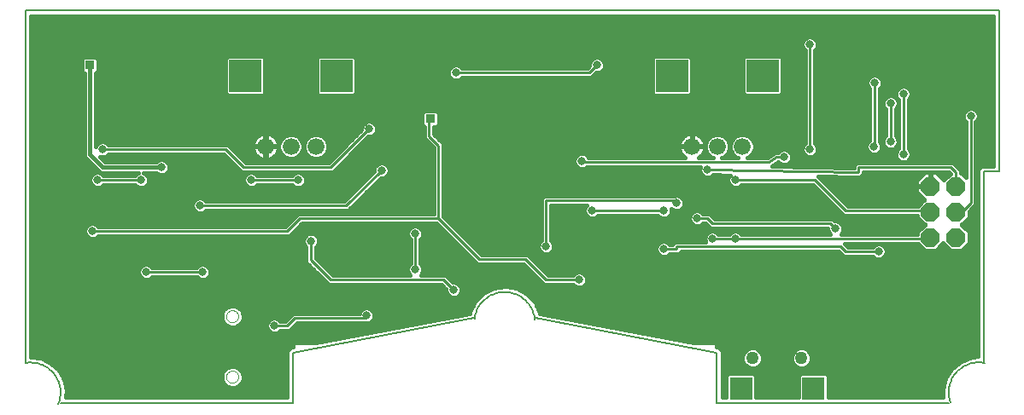
<source format=gbl>
G75*
%MOIN*%
%OFA0B0*%
%FSLAX24Y24*%
%IPPOS*%
%LPD*%
%AMOC8*
5,1,8,0,0,1.08239X$1,22.5*
%
%ADD10C,0.0080*%
%ADD11C,0.0079*%
%ADD12OC8,0.0740*%
%ADD13C,0.0660*%
%ADD14R,0.1260X0.1260*%
%ADD15C,0.0502*%
%ADD16R,0.0886X0.0886*%
%ADD17C,0.0000*%
%ADD18C,0.0160*%
%ADD19C,0.0317*%
%ADD20C,0.0100*%
%ADD21C,0.0356*%
%ADD22R,0.0356X0.0356*%
D10*
X001687Y016424D02*
X039679Y016424D01*
D11*
X002967Y001023D02*
X002990Y001086D01*
X003010Y001151D01*
X003026Y001217D01*
X003039Y001283D01*
X003047Y001350D01*
X003052Y001417D01*
X003053Y001485D01*
X003050Y001552D01*
X003043Y001620D01*
X003032Y001686D01*
X003018Y001752D01*
X003000Y001818D01*
X002978Y001881D01*
X002952Y001944D01*
X002923Y002005D01*
X002891Y002064D01*
X002855Y002122D01*
X002816Y002177D01*
X002774Y002230D01*
X002728Y002280D01*
X002681Y002328D01*
X002630Y002373D01*
X002577Y002414D01*
X002522Y002453D01*
X002464Y002489D01*
X002405Y002521D01*
X002344Y002550D01*
X002281Y002575D01*
X002217Y002597D01*
X002152Y002615D01*
X002086Y002629D01*
X002019Y002640D01*
X001952Y002646D01*
X001884Y002649D01*
X001817Y002648D01*
X001749Y002643D01*
X001682Y002634D01*
X001687Y002645D02*
X001687Y016424D01*
X012120Y003038D02*
X019203Y004382D01*
X019211Y004376D02*
X019221Y004443D01*
X019236Y004509D01*
X019254Y004575D01*
X019276Y004639D01*
X019302Y004701D01*
X019331Y004763D01*
X019363Y004822D01*
X019399Y004879D01*
X019438Y004935D01*
X019481Y004988D01*
X019526Y005038D01*
X019574Y005086D01*
X019624Y005131D01*
X019678Y005173D01*
X019733Y005212D01*
X019791Y005247D01*
X019850Y005280D01*
X019911Y005309D01*
X019974Y005334D01*
X020038Y005355D01*
X020104Y005373D01*
X020170Y005387D01*
X020237Y005398D01*
X020304Y005404D01*
X020372Y005407D01*
X020440Y005406D01*
X020507Y005401D01*
X020574Y005392D01*
X020641Y005379D01*
X020707Y005362D01*
X020771Y005342D01*
X020835Y005318D01*
X020896Y005290D01*
X020957Y005259D01*
X021015Y005225D01*
X021071Y005187D01*
X021125Y005146D01*
X021177Y005102D01*
X021226Y005055D01*
X021272Y005006D01*
X021315Y004954D01*
X021355Y004899D01*
X021392Y004843D01*
X021426Y004784D01*
X021456Y004723D01*
X021483Y004661D01*
X021507Y004597D01*
X021526Y004533D01*
X021542Y004467D01*
X021554Y004400D01*
X021562Y004333D01*
X021603Y004382D02*
X028656Y003038D01*
X028656Y001070D01*
X037711Y001070D01*
X037784Y001088D02*
X037763Y001152D01*
X037747Y001216D01*
X037734Y001282D01*
X037724Y001348D01*
X037719Y001414D01*
X037717Y001481D01*
X037719Y001547D01*
X037725Y001614D01*
X037734Y001680D01*
X037747Y001745D01*
X037764Y001809D01*
X037785Y001873D01*
X037809Y001935D01*
X037837Y001996D01*
X037867Y002055D01*
X037902Y002112D01*
X037939Y002167D01*
X037980Y002220D01*
X038023Y002270D01*
X038069Y002318D01*
X038118Y002364D01*
X038169Y002406D01*
X038223Y002446D01*
X038279Y002482D01*
X038337Y002515D01*
X038396Y002545D01*
X038457Y002571D01*
X038520Y002594D01*
X038584Y002614D01*
X038649Y002629D01*
X038714Y002641D01*
X038780Y002650D01*
X038847Y002654D01*
X038913Y002655D01*
X038980Y002652D01*
X039046Y002645D01*
X039112Y002634D01*
X039089Y002645D02*
X039089Y010125D01*
X039679Y010125D01*
X039679Y016424D01*
X012120Y003038D02*
X012120Y001070D01*
X003065Y001070D01*
D12*
X037006Y007542D03*
X038006Y007542D03*
X038006Y008542D03*
X037006Y008542D03*
X037006Y009542D03*
X038006Y009542D03*
D13*
X029671Y011109D03*
X028687Y011109D03*
X027703Y011109D03*
X013026Y011109D03*
X012041Y011109D03*
X011057Y011109D03*
D14*
X010270Y013865D03*
X013813Y013865D03*
X026915Y013865D03*
X030459Y013865D03*
D15*
X030063Y002823D03*
X031972Y002823D03*
D16*
X032425Y001642D03*
X029610Y001642D03*
D17*
X009522Y002094D02*
X009524Y002124D01*
X009530Y002154D01*
X009539Y002183D01*
X009552Y002210D01*
X009569Y002235D01*
X009588Y002258D01*
X009611Y002279D01*
X009636Y002296D01*
X009662Y002310D01*
X009691Y002320D01*
X009720Y002327D01*
X009750Y002330D01*
X009781Y002329D01*
X009811Y002324D01*
X009840Y002315D01*
X009867Y002303D01*
X009893Y002288D01*
X009917Y002269D01*
X009938Y002247D01*
X009956Y002223D01*
X009971Y002196D01*
X009982Y002168D01*
X009990Y002139D01*
X009994Y002109D01*
X009994Y002079D01*
X009990Y002049D01*
X009982Y002020D01*
X009971Y001992D01*
X009956Y001965D01*
X009938Y001941D01*
X009917Y001919D01*
X009893Y001900D01*
X009867Y001885D01*
X009840Y001873D01*
X009811Y001864D01*
X009781Y001859D01*
X009750Y001858D01*
X009720Y001861D01*
X009691Y001868D01*
X009662Y001878D01*
X009636Y001892D01*
X009611Y001909D01*
X009588Y001930D01*
X009569Y001953D01*
X009552Y001978D01*
X009539Y002005D01*
X009530Y002034D01*
X009524Y002064D01*
X009522Y002094D01*
X009522Y004456D02*
X009524Y004486D01*
X009530Y004516D01*
X009539Y004545D01*
X009552Y004572D01*
X009569Y004597D01*
X009588Y004620D01*
X009611Y004641D01*
X009636Y004658D01*
X009662Y004672D01*
X009691Y004682D01*
X009720Y004689D01*
X009750Y004692D01*
X009781Y004691D01*
X009811Y004686D01*
X009840Y004677D01*
X009867Y004665D01*
X009893Y004650D01*
X009917Y004631D01*
X009938Y004609D01*
X009956Y004585D01*
X009971Y004558D01*
X009982Y004530D01*
X009990Y004501D01*
X009994Y004471D01*
X009994Y004441D01*
X009990Y004411D01*
X009982Y004382D01*
X009971Y004354D01*
X009956Y004327D01*
X009938Y004303D01*
X009917Y004281D01*
X009893Y004262D01*
X009867Y004247D01*
X009840Y004235D01*
X009811Y004226D01*
X009781Y004221D01*
X009750Y004220D01*
X009720Y004223D01*
X009691Y004230D01*
X009662Y004240D01*
X009636Y004254D01*
X009611Y004271D01*
X009588Y004292D01*
X009569Y004315D01*
X009552Y004340D01*
X009539Y004367D01*
X009530Y004396D01*
X009524Y004426D01*
X009522Y004456D01*
D18*
X009342Y004403D02*
X001906Y004403D01*
X001906Y004245D02*
X009395Y004245D01*
X009405Y004220D02*
X009522Y004103D01*
X009675Y004039D01*
X009841Y004039D01*
X009994Y004103D01*
X010111Y004220D01*
X010174Y004373D01*
X010174Y004539D01*
X010111Y004691D01*
X009994Y004809D01*
X009841Y004872D01*
X009675Y004872D01*
X009522Y004809D01*
X009405Y004691D01*
X009342Y004539D01*
X009342Y004373D01*
X009405Y004220D01*
X009562Y004086D02*
X001906Y004086D01*
X001906Y003928D02*
X011144Y003928D01*
X011150Y003913D02*
X011234Y003829D01*
X011343Y003784D01*
X011462Y003784D01*
X011572Y003829D01*
X011635Y003892D01*
X011981Y003892D01*
X012281Y004192D01*
X014923Y004192D01*
X014943Y004184D01*
X015062Y004184D01*
X015172Y004229D01*
X015256Y004313D01*
X015301Y004423D01*
X015301Y004542D01*
X015256Y004652D01*
X015172Y004735D01*
X015062Y004781D01*
X014943Y004781D01*
X014834Y004735D01*
X014750Y004652D01*
X014717Y004572D01*
X012124Y004572D01*
X012013Y004461D01*
X011824Y004272D01*
X011635Y004272D01*
X011572Y004335D01*
X011462Y004381D01*
X011343Y004381D01*
X011234Y004335D01*
X011150Y004252D01*
X011104Y004142D01*
X011104Y004023D01*
X011150Y003913D01*
X011104Y004086D02*
X009954Y004086D01*
X010121Y004245D02*
X011147Y004245D01*
X011955Y004403D02*
X010174Y004403D01*
X010164Y004562D02*
X012114Y004562D01*
X012175Y004086D02*
X016466Y004086D01*
X015631Y003928D02*
X012017Y003928D01*
X012120Y003432D02*
X012120Y003262D01*
X012099Y003258D01*
X012029Y003258D01*
X012013Y003241D01*
X011990Y003237D01*
X011950Y003179D01*
X011901Y003129D01*
X011901Y003106D01*
X011888Y003087D01*
X011901Y003018D01*
X011901Y001289D01*
X003263Y001289D01*
X003285Y001564D01*
X003192Y001980D01*
X003192Y001980D01*
X002979Y002350D01*
X002666Y002640D01*
X002281Y002824D01*
X001906Y002878D01*
X001906Y016204D01*
X039460Y016204D01*
X039460Y010344D01*
X038998Y010344D01*
X038869Y010216D01*
X038869Y010034D01*
X038869Y002880D01*
X038528Y002842D01*
X038142Y002673D01*
X038142Y002673D01*
X037823Y002398D01*
X037599Y002041D01*
X037491Y001635D01*
X037491Y001635D01*
X037504Y001289D01*
X033008Y001289D01*
X033008Y002143D01*
X032926Y002225D01*
X031924Y002225D01*
X031842Y002143D01*
X031842Y001289D01*
X030193Y001289D01*
X030193Y002143D01*
X030111Y002225D01*
X029109Y002225D01*
X029027Y002143D01*
X029027Y001289D01*
X028875Y001289D01*
X028875Y003018D01*
X028888Y003087D01*
X028875Y003106D01*
X028875Y003129D01*
X028825Y003179D01*
X028786Y003237D01*
X028763Y003241D01*
X028746Y003258D01*
X028676Y003258D01*
X028656Y003262D01*
X028656Y003432D01*
X027761Y003432D01*
X021760Y004576D01*
X021760Y004581D01*
X021574Y005001D01*
X021264Y005340D01*
X021264Y005340D01*
X020862Y005562D01*
X020410Y005645D01*
X019956Y005579D01*
X019956Y005579D01*
X019546Y005372D01*
X019224Y005045D01*
X019023Y004632D01*
X019015Y004570D01*
X013018Y003432D01*
X012120Y003432D01*
X012120Y003294D02*
X001906Y003294D01*
X001906Y003452D02*
X013126Y003452D01*
X013961Y003611D02*
X001906Y003611D01*
X001906Y003769D02*
X014796Y003769D01*
X015187Y004245D02*
X017302Y004245D01*
X018137Y004403D02*
X015293Y004403D01*
X015293Y004562D02*
X018972Y004562D01*
X019066Y004720D02*
X015187Y004720D01*
X014819Y004720D02*
X010082Y004720D01*
X009434Y004720D02*
X001906Y004720D01*
X001906Y004562D02*
X009351Y004562D01*
X008772Y005929D02*
X008662Y005884D01*
X008543Y005884D01*
X008434Y005929D01*
X008371Y005992D01*
X006635Y005992D01*
X006572Y005929D01*
X006462Y005884D01*
X006343Y005884D01*
X006234Y005929D01*
X006150Y006013D01*
X006104Y006123D01*
X006104Y006242D01*
X006150Y006352D01*
X006234Y006435D01*
X006343Y006481D01*
X006462Y006481D01*
X006572Y006435D01*
X006635Y006372D01*
X008371Y006372D01*
X008434Y006435D01*
X008543Y006481D01*
X008662Y006481D01*
X008772Y006435D01*
X008856Y006352D01*
X008901Y006242D01*
X008901Y006123D01*
X008856Y006013D01*
X008772Y005929D01*
X008831Y005988D02*
X013228Y005988D01*
X013387Y005830D02*
X001906Y005830D01*
X001906Y005988D02*
X006175Y005988D01*
X006104Y006147D02*
X001906Y006147D01*
X001906Y006305D02*
X006131Y006305D01*
X006303Y006464D02*
X001906Y006464D01*
X001906Y006622D02*
X012638Y006622D01*
X012638Y006579D02*
X013413Y005804D01*
X013524Y005692D01*
X017924Y005692D01*
X018104Y005512D01*
X018104Y005423D01*
X018150Y005313D01*
X018234Y005229D01*
X018343Y005184D01*
X018462Y005184D01*
X018572Y005229D01*
X018656Y005313D01*
X018701Y005423D01*
X018701Y005542D01*
X018656Y005652D01*
X018572Y005735D01*
X018462Y005781D01*
X018373Y005781D01*
X018081Y006072D01*
X017115Y006072D01*
X017156Y006113D01*
X017201Y006223D01*
X017201Y006342D01*
X017156Y006452D01*
X017093Y006515D01*
X017093Y007450D01*
X017156Y007513D01*
X017201Y007623D01*
X017201Y007742D01*
X017156Y007852D01*
X017072Y007935D01*
X016962Y007981D01*
X016843Y007981D01*
X016734Y007935D01*
X016650Y007852D01*
X016604Y007742D01*
X016604Y007623D01*
X016650Y007513D01*
X016713Y007450D01*
X016713Y006515D01*
X016650Y006452D01*
X016604Y006342D01*
X016604Y006223D01*
X016650Y006113D01*
X016691Y006072D01*
X013681Y006072D01*
X013018Y006736D01*
X013018Y007175D01*
X013081Y007238D01*
X013126Y007348D01*
X013126Y007467D01*
X013081Y007577D01*
X012997Y007660D01*
X012887Y007706D01*
X012768Y007706D01*
X012659Y007660D01*
X012575Y007577D01*
X012529Y007467D01*
X012529Y007348D01*
X012575Y007238D01*
X012638Y007175D01*
X012638Y006579D01*
X012753Y006464D02*
X008703Y006464D01*
X008503Y006464D02*
X006503Y006464D01*
X006631Y005988D02*
X008375Y005988D01*
X008901Y006147D02*
X013070Y006147D01*
X012911Y006305D02*
X008875Y006305D01*
X011981Y007592D02*
X012481Y008092D01*
X017724Y008092D01*
X019213Y006604D01*
X019324Y006492D01*
X021124Y006492D01*
X021813Y005804D01*
X021924Y005692D01*
X023071Y005692D01*
X023134Y005629D01*
X023243Y005584D01*
X023362Y005584D01*
X023472Y005629D01*
X023556Y005713D01*
X023601Y005823D01*
X023601Y005942D01*
X023556Y006052D01*
X023472Y006135D01*
X023362Y006181D01*
X023243Y006181D01*
X023134Y006135D01*
X023071Y006072D01*
X022081Y006072D01*
X021281Y006872D01*
X019481Y006872D01*
X017993Y008361D01*
X017993Y011214D01*
X017625Y011582D01*
X017625Y011868D01*
X017726Y011868D01*
X017808Y011950D01*
X017808Y012422D01*
X017726Y012504D01*
X017254Y012504D01*
X017172Y012422D01*
X017172Y011950D01*
X017245Y011877D01*
X017245Y011424D01*
X017613Y011057D01*
X017613Y008472D01*
X012324Y008472D01*
X012213Y008361D01*
X011824Y007972D01*
X004535Y007972D01*
X004472Y008035D01*
X004362Y008081D01*
X004243Y008081D01*
X004134Y008035D01*
X004050Y007952D01*
X004004Y007842D01*
X004004Y007723D01*
X004050Y007613D01*
X004134Y007529D01*
X004243Y007484D01*
X004362Y007484D01*
X004472Y007529D01*
X004535Y007592D01*
X011981Y007592D01*
X012121Y007732D02*
X016604Y007732D01*
X016625Y007573D02*
X013082Y007573D01*
X013126Y007415D02*
X016713Y007415D01*
X016713Y007256D02*
X013088Y007256D01*
X013018Y007098D02*
X016713Y007098D01*
X016713Y006939D02*
X013018Y006939D01*
X013018Y006781D02*
X016713Y006781D01*
X016713Y006622D02*
X013131Y006622D01*
X013290Y006464D02*
X016662Y006464D01*
X016604Y006305D02*
X013448Y006305D01*
X013607Y006147D02*
X016636Y006147D01*
X017170Y006147D02*
X021470Y006147D01*
X021628Y005988D02*
X018165Y005988D01*
X018324Y005830D02*
X021787Y005830D01*
X022007Y006147D02*
X023162Y006147D01*
X023444Y006147D02*
X038869Y006147D01*
X038869Y006305D02*
X021848Y006305D01*
X021690Y006464D02*
X038869Y006464D01*
X038869Y006622D02*
X021531Y006622D01*
X021373Y006781D02*
X034757Y006781D01*
X034746Y006792D02*
X034809Y006729D01*
X034918Y006684D01*
X035037Y006684D01*
X035147Y006729D01*
X035231Y006813D01*
X035276Y006923D01*
X035276Y007042D01*
X035231Y007152D01*
X035147Y007235D01*
X035037Y007281D01*
X034918Y007281D01*
X034809Y007235D01*
X034746Y007172D01*
X033781Y007172D01*
X033661Y007292D01*
X036534Y007292D01*
X036795Y007032D01*
X037217Y007032D01*
X037506Y007321D01*
X037795Y007032D01*
X038217Y007032D01*
X038516Y007331D01*
X038516Y007754D01*
X038227Y008042D01*
X038516Y008331D01*
X038516Y008577D01*
X038656Y008717D01*
X038768Y008829D01*
X038768Y012050D01*
X038831Y012113D01*
X038876Y012223D01*
X038876Y012342D01*
X038831Y012452D01*
X038747Y012535D01*
X038637Y012581D01*
X038518Y012581D01*
X038409Y012535D01*
X038325Y012452D01*
X038279Y012342D01*
X038279Y012223D01*
X038325Y012113D01*
X038388Y012050D01*
X038388Y009882D01*
X038217Y010052D01*
X038193Y010052D01*
X038193Y010161D01*
X038081Y010272D01*
X037881Y010472D01*
X034124Y010472D01*
X034013Y010361D01*
X034013Y010276D01*
X030819Y010330D01*
X030824Y010335D01*
X031060Y010492D01*
X031071Y010492D01*
X031134Y010429D01*
X031243Y010384D01*
X031362Y010384D01*
X031472Y010429D01*
X031556Y010513D01*
X031601Y010623D01*
X031601Y010742D01*
X031556Y010852D01*
X031472Y010935D01*
X031362Y010981D01*
X031243Y010981D01*
X031134Y010935D01*
X031071Y010872D01*
X031022Y010872D01*
X030963Y010884D01*
X030945Y010872D01*
X030924Y010872D01*
X030882Y010830D01*
X030645Y010672D01*
X029845Y010672D01*
X029937Y010711D01*
X030070Y010843D01*
X030141Y011016D01*
X030141Y011203D01*
X030070Y011375D01*
X029937Y011508D01*
X029765Y011579D01*
X029578Y011579D01*
X029405Y011508D01*
X029273Y011375D01*
X029201Y011203D01*
X029201Y011016D01*
X029273Y010843D01*
X029405Y010711D01*
X029498Y010672D01*
X028861Y010672D01*
X028953Y010711D01*
X029085Y010843D01*
X029157Y011016D01*
X029157Y011203D01*
X029085Y011375D01*
X028953Y011508D01*
X028780Y011579D01*
X028594Y011579D01*
X028421Y011508D01*
X028289Y011375D01*
X028217Y011203D01*
X028217Y011016D01*
X028289Y010843D01*
X028421Y010711D01*
X028513Y010672D01*
X027969Y010672D01*
X027970Y010673D01*
X028035Y010720D01*
X028092Y010777D01*
X028139Y010842D01*
X028175Y010913D01*
X028200Y010990D01*
X028213Y011069D01*
X028213Y011081D01*
X027731Y011081D01*
X027731Y011138D01*
X027674Y011138D01*
X027674Y011619D01*
X027663Y011619D01*
X027583Y011607D01*
X027507Y011582D01*
X027435Y011545D01*
X027371Y011498D01*
X027314Y011441D01*
X027267Y011377D01*
X017829Y011377D01*
X017988Y011219D02*
X027204Y011219D01*
X027205Y011229D02*
X027193Y011149D01*
X027193Y011138D01*
X027674Y011138D01*
X027674Y011081D01*
X027193Y011081D01*
X027193Y011069D01*
X027205Y010990D01*
X027230Y010913D01*
X027267Y010842D01*
X027314Y010777D01*
X027371Y010720D01*
X027435Y010673D01*
X027437Y010672D01*
X023668Y010672D01*
X023656Y010702D01*
X023572Y010785D01*
X023462Y010831D01*
X023343Y010831D01*
X023234Y010785D01*
X023150Y010702D01*
X023104Y010592D01*
X023104Y010473D01*
X023150Y010363D01*
X023234Y010279D01*
X023343Y010234D01*
X023462Y010234D01*
X023572Y010279D01*
X023585Y010292D01*
X028025Y010292D01*
X028004Y010242D01*
X028004Y010123D01*
X028050Y010013D01*
X028134Y009929D01*
X028243Y009884D01*
X028362Y009884D01*
X028472Y009929D01*
X028531Y009989D01*
X029176Y009978D01*
X029150Y009952D01*
X029104Y009842D01*
X029104Y009723D01*
X029150Y009613D01*
X029234Y009529D01*
X029343Y009484D01*
X029462Y009484D01*
X029572Y009529D01*
X029635Y009592D01*
X032424Y009592D01*
X033513Y008504D01*
X033624Y008392D01*
X036496Y008392D01*
X036496Y008331D01*
X036785Y008042D01*
X036496Y007754D01*
X036496Y007672D01*
X033515Y007672D01*
X033556Y007713D01*
X033601Y007823D01*
X033601Y007942D01*
X033556Y008052D01*
X033472Y008135D01*
X033362Y008181D01*
X033273Y008181D01*
X033181Y008272D01*
X028581Y008272D01*
X028381Y008472D01*
X028135Y008472D01*
X028072Y008535D01*
X027962Y008581D01*
X027843Y008581D01*
X027734Y008535D01*
X027650Y008452D01*
X027604Y008342D01*
X027604Y008223D01*
X027650Y008113D01*
X027734Y008029D01*
X027843Y007984D01*
X027962Y007984D01*
X028072Y008029D01*
X028135Y008092D01*
X028224Y008092D01*
X028313Y008004D01*
X028424Y007892D01*
X033004Y007892D01*
X033004Y007823D01*
X033050Y007713D01*
X033091Y007672D01*
X029635Y007672D01*
X029572Y007735D01*
X029462Y007781D01*
X029343Y007781D01*
X029234Y007735D01*
X029171Y007672D01*
X028735Y007672D01*
X028672Y007735D01*
X028562Y007781D01*
X028443Y007781D01*
X028334Y007735D01*
X028250Y007652D01*
X028204Y007542D01*
X028204Y007423D01*
X028225Y007372D01*
X027024Y007372D01*
X026924Y007272D01*
X026835Y007272D01*
X026772Y007335D01*
X026662Y007381D01*
X026543Y007381D01*
X026434Y007335D01*
X026350Y007252D01*
X026304Y007142D01*
X026304Y007023D01*
X026350Y006913D01*
X026434Y006829D01*
X026543Y006784D01*
X026662Y006784D01*
X026772Y006829D01*
X026835Y006892D01*
X027181Y006892D01*
X027281Y006992D01*
X033424Y006992D01*
X033624Y006792D01*
X034746Y006792D01*
X035198Y006781D02*
X038869Y006781D01*
X038869Y006939D02*
X035276Y006939D01*
X035253Y007098D02*
X036729Y007098D01*
X036570Y007256D02*
X035096Y007256D01*
X034859Y007256D02*
X033697Y007256D01*
X033477Y006939D02*
X027228Y006939D01*
X026339Y006939D02*
X022182Y006939D01*
X022172Y006929D02*
X022256Y007013D01*
X022301Y007123D01*
X022301Y007242D01*
X022256Y007352D01*
X022193Y007415D01*
X028208Y007415D01*
X028217Y007573D02*
X022193Y007573D01*
X022193Y007415D02*
X022193Y008792D01*
X023591Y008792D01*
X023550Y008752D01*
X023504Y008642D01*
X023504Y008523D01*
X023550Y008413D01*
X023634Y008329D01*
X023743Y008284D01*
X023862Y008284D01*
X023972Y008329D01*
X024035Y008392D01*
X026371Y008392D01*
X026434Y008329D01*
X026543Y008284D01*
X026662Y008284D01*
X026772Y008329D01*
X026856Y008413D01*
X026901Y008523D01*
X026901Y008642D01*
X026887Y008676D01*
X026934Y008629D01*
X027043Y008584D01*
X027162Y008584D01*
X027272Y008629D01*
X027356Y008713D01*
X027401Y008823D01*
X027401Y008942D01*
X027356Y009052D01*
X027272Y009135D01*
X027162Y009181D01*
X027043Y009181D01*
X027023Y009172D01*
X021924Y009172D01*
X021813Y009061D01*
X021813Y007415D01*
X018939Y007415D01*
X019097Y007256D02*
X021710Y007256D01*
X021704Y007242D02*
X021704Y007123D01*
X021750Y007013D01*
X021834Y006929D01*
X021943Y006884D01*
X022062Y006884D01*
X022172Y006929D01*
X022291Y007098D02*
X026304Y007098D01*
X026355Y007256D02*
X022295Y007256D01*
X021813Y007415D02*
X021750Y007352D01*
X021704Y007242D01*
X021715Y007098D02*
X019256Y007098D01*
X019414Y006939D02*
X021824Y006939D01*
X021813Y007573D02*
X018780Y007573D01*
X018622Y007732D02*
X021813Y007732D01*
X021813Y007890D02*
X018463Y007890D01*
X018305Y008049D02*
X021813Y008049D01*
X021813Y008207D02*
X018146Y008207D01*
X017993Y008366D02*
X021813Y008366D01*
X021813Y008524D02*
X017993Y008524D01*
X017993Y008683D02*
X021813Y008683D01*
X021813Y008841D02*
X017993Y008841D01*
X017993Y009000D02*
X021813Y009000D01*
X021910Y009158D02*
X017993Y009158D01*
X017993Y009317D02*
X032700Y009317D01*
X032858Y009158D02*
X027216Y009158D01*
X027377Y009000D02*
X033017Y009000D01*
X033175Y008841D02*
X027401Y008841D01*
X027325Y008683D02*
X033334Y008683D01*
X033492Y008524D02*
X028083Y008524D01*
X027723Y008524D02*
X026901Y008524D01*
X026808Y008366D02*
X027614Y008366D01*
X027611Y008207D02*
X022193Y008207D01*
X022193Y008049D02*
X027714Y008049D01*
X028091Y008049D02*
X028268Y008049D01*
X028330Y007732D02*
X022193Y007732D01*
X022193Y007890D02*
X033004Y007890D01*
X033042Y007732D02*
X029575Y007732D01*
X029230Y007732D02*
X028675Y007732D01*
X028488Y008366D02*
X036496Y008366D01*
X036619Y008207D02*
X033246Y008207D01*
X033557Y008049D02*
X036778Y008049D01*
X036633Y007890D02*
X033601Y007890D01*
X033563Y007732D02*
X036496Y007732D01*
X037441Y007256D02*
X037570Y007256D01*
X037729Y007098D02*
X037283Y007098D01*
X038283Y007098D02*
X038869Y007098D01*
X038869Y007256D02*
X038441Y007256D01*
X038516Y007415D02*
X038869Y007415D01*
X038869Y007573D02*
X038516Y007573D01*
X038516Y007732D02*
X038869Y007732D01*
X038869Y007890D02*
X038379Y007890D01*
X038234Y008049D02*
X038869Y008049D01*
X038869Y008207D02*
X038392Y008207D01*
X038516Y008366D02*
X038869Y008366D01*
X038869Y008524D02*
X038516Y008524D01*
X038622Y008683D02*
X038869Y008683D01*
X038869Y008841D02*
X038768Y008841D01*
X038768Y009000D02*
X038869Y009000D01*
X038869Y009158D02*
X038768Y009158D01*
X038768Y009317D02*
X038869Y009317D01*
X038869Y009475D02*
X038768Y009475D01*
X038768Y009634D02*
X038869Y009634D01*
X038869Y009792D02*
X038768Y009792D01*
X038768Y009951D02*
X038869Y009951D01*
X038869Y010109D02*
X038768Y010109D01*
X038768Y010268D02*
X038921Y010268D01*
X038768Y010426D02*
X039460Y010426D01*
X039460Y010585D02*
X038768Y010585D01*
X038768Y010743D02*
X039460Y010743D01*
X039460Y010902D02*
X038768Y010902D01*
X038768Y011060D02*
X039460Y011060D01*
X039460Y011219D02*
X038768Y011219D01*
X038768Y011377D02*
X039460Y011377D01*
X039460Y011536D02*
X038768Y011536D01*
X038768Y011694D02*
X039460Y011694D01*
X039460Y011853D02*
X038768Y011853D01*
X038768Y012011D02*
X039460Y012011D01*
X039460Y012170D02*
X038854Y012170D01*
X038876Y012328D02*
X039460Y012328D01*
X039460Y012487D02*
X038795Y012487D01*
X038360Y012487D02*
X036143Y012487D01*
X036143Y012645D02*
X039460Y012645D01*
X039460Y012804D02*
X036143Y012804D01*
X036143Y012925D02*
X036206Y012988D01*
X036251Y013098D01*
X036251Y013217D01*
X036206Y013327D01*
X036122Y013410D01*
X036012Y013456D01*
X035893Y013456D01*
X035784Y013410D01*
X035700Y013327D01*
X035654Y013217D01*
X035654Y013098D01*
X035700Y012988D01*
X035763Y012925D01*
X035763Y011015D01*
X035700Y010952D01*
X035654Y010842D01*
X035654Y010723D01*
X035700Y010613D01*
X035784Y010529D01*
X035893Y010484D01*
X036012Y010484D01*
X036122Y010529D01*
X036206Y010613D01*
X036251Y010723D01*
X036251Y010842D01*
X036206Y010952D01*
X036143Y011015D01*
X036143Y012925D01*
X036180Y012963D02*
X039460Y012963D01*
X039460Y013121D02*
X036251Y013121D01*
X036225Y013280D02*
X039460Y013280D01*
X039460Y013438D02*
X036055Y013438D01*
X035850Y013438D02*
X035091Y013438D01*
X035081Y013413D02*
X035126Y013523D01*
X035126Y013642D01*
X035081Y013752D01*
X034997Y013835D01*
X034887Y013881D01*
X034768Y013881D01*
X034659Y013835D01*
X034575Y013752D01*
X034529Y013642D01*
X034529Y013523D01*
X034575Y013413D01*
X034638Y013350D01*
X034638Y011337D01*
X034634Y011335D01*
X034550Y011252D01*
X034504Y011142D01*
X034504Y011023D01*
X034550Y010913D01*
X034634Y010829D01*
X034743Y010784D01*
X034862Y010784D01*
X034972Y010829D01*
X035056Y010913D01*
X035101Y011023D01*
X035101Y011142D01*
X035056Y011252D01*
X035018Y011290D01*
X035018Y013350D01*
X035081Y013413D01*
X035018Y013280D02*
X035680Y013280D01*
X035654Y013121D02*
X035018Y013121D01*
X035018Y012963D02*
X035211Y012963D01*
X035200Y012952D02*
X035154Y012842D01*
X035154Y012723D01*
X035200Y012613D01*
X035263Y012550D01*
X035263Y011515D01*
X035200Y011452D01*
X035154Y011342D01*
X035154Y011223D01*
X035200Y011113D01*
X035284Y011029D01*
X035393Y010984D01*
X035512Y010984D01*
X035622Y011029D01*
X035706Y011113D01*
X035751Y011223D01*
X035751Y011342D01*
X035706Y011452D01*
X035643Y011515D01*
X035643Y012550D01*
X035706Y012613D01*
X035751Y012723D01*
X035751Y012842D01*
X035706Y012952D01*
X035622Y013035D01*
X035512Y013081D01*
X035393Y013081D01*
X035284Y013035D01*
X035200Y012952D01*
X035154Y012804D02*
X035018Y012804D01*
X035018Y012645D02*
X035186Y012645D01*
X035263Y012487D02*
X035018Y012487D01*
X035018Y012328D02*
X035263Y012328D01*
X035263Y012170D02*
X035018Y012170D01*
X035018Y012011D02*
X035263Y012011D01*
X035263Y011853D02*
X035018Y011853D01*
X035018Y011694D02*
X035263Y011694D01*
X035263Y011536D02*
X035018Y011536D01*
X035018Y011377D02*
X035169Y011377D01*
X035156Y011219D02*
X035069Y011219D01*
X035101Y011060D02*
X035253Y011060D01*
X035044Y010902D02*
X035679Y010902D01*
X035654Y010743D02*
X032486Y010743D01*
X032472Y010729D02*
X032556Y010813D01*
X032601Y010923D01*
X032601Y011042D01*
X032556Y011152D01*
X032493Y011215D01*
X032493Y014850D01*
X032556Y014913D01*
X032601Y015023D01*
X039460Y015023D01*
X039460Y014865D02*
X032507Y014865D01*
X032493Y014706D02*
X039460Y014706D01*
X039460Y014548D02*
X032493Y014548D01*
X032493Y014389D02*
X039460Y014389D01*
X039460Y014231D02*
X032493Y014231D01*
X032493Y014072D02*
X039460Y014072D01*
X039460Y013914D02*
X032493Y013914D01*
X032493Y013755D02*
X034578Y013755D01*
X034529Y013597D02*
X032493Y013597D01*
X032493Y013438D02*
X034565Y013438D01*
X034638Y013280D02*
X032493Y013280D01*
X032493Y013121D02*
X034638Y013121D01*
X034638Y012963D02*
X032493Y012963D01*
X032493Y012804D02*
X034638Y012804D01*
X034638Y012645D02*
X032493Y012645D01*
X032493Y012487D02*
X034638Y012487D01*
X034638Y012328D02*
X032493Y012328D01*
X032493Y012170D02*
X034638Y012170D01*
X034638Y012011D02*
X032493Y012011D01*
X032493Y011853D02*
X034638Y011853D01*
X034638Y011694D02*
X032493Y011694D01*
X032493Y011536D02*
X034638Y011536D01*
X034638Y011377D02*
X032493Y011377D01*
X032493Y011219D02*
X034536Y011219D01*
X034504Y011060D02*
X032593Y011060D01*
X032592Y010902D02*
X034561Y010902D01*
X034078Y010426D02*
X031465Y010426D01*
X031585Y010585D02*
X035728Y010585D01*
X036177Y010585D02*
X038388Y010585D01*
X038388Y010743D02*
X036251Y010743D01*
X036226Y010902D02*
X038388Y010902D01*
X038388Y011060D02*
X036143Y011060D01*
X036143Y011219D02*
X038388Y011219D01*
X038388Y011377D02*
X036143Y011377D01*
X036143Y011536D02*
X038388Y011536D01*
X038388Y011694D02*
X036143Y011694D01*
X036143Y011853D02*
X038388Y011853D01*
X038388Y012011D02*
X036143Y012011D01*
X036143Y012170D02*
X038301Y012170D01*
X038279Y012328D02*
X036143Y012328D01*
X035763Y012328D02*
X035643Y012328D01*
X035643Y012170D02*
X035763Y012170D01*
X035763Y012011D02*
X035643Y012011D01*
X035643Y011853D02*
X035763Y011853D01*
X035763Y011694D02*
X035643Y011694D01*
X035643Y011536D02*
X035763Y011536D01*
X035763Y011377D02*
X035736Y011377D01*
X035749Y011219D02*
X035763Y011219D01*
X035763Y011060D02*
X035653Y011060D01*
X036778Y010092D02*
X036456Y009770D01*
X036456Y009562D01*
X036986Y009562D01*
X036986Y009522D01*
X036456Y009522D01*
X036456Y009315D01*
X036756Y009014D01*
X036515Y008772D01*
X033781Y008772D01*
X032693Y009861D01*
X032635Y009919D01*
X034123Y009894D01*
X034124Y009892D01*
X034201Y009892D01*
X034278Y009891D01*
X034280Y009892D01*
X034281Y009892D01*
X034336Y009947D01*
X034391Y010001D01*
X034391Y010002D01*
X034393Y010004D01*
X034393Y010081D01*
X034393Y010092D01*
X037724Y010092D01*
X037779Y010037D01*
X037534Y009792D01*
X037234Y010092D01*
X037026Y010092D01*
X037026Y009562D01*
X036986Y009562D01*
X036986Y010092D01*
X036778Y010092D01*
X036637Y009951D02*
X034340Y009951D01*
X033395Y009158D02*
X036612Y009158D01*
X036742Y009000D02*
X033554Y009000D01*
X033712Y008841D02*
X036584Y008841D01*
X036456Y009317D02*
X033237Y009317D01*
X033078Y009475D02*
X036456Y009475D01*
X036456Y009634D02*
X032920Y009634D01*
X032761Y009792D02*
X036478Y009792D01*
X036986Y009792D02*
X037026Y009792D01*
X037026Y009634D02*
X036986Y009634D01*
X036986Y009951D02*
X037026Y009951D01*
X037375Y009951D02*
X037693Y009951D01*
X037534Y009792D02*
X037535Y009792D01*
X038193Y010109D02*
X038388Y010109D01*
X038388Y009951D02*
X038318Y009951D01*
X038388Y010268D02*
X038086Y010268D01*
X037927Y010426D02*
X038388Y010426D01*
X035763Y012487D02*
X035643Y012487D01*
X035719Y012645D02*
X035763Y012645D01*
X035751Y012804D02*
X035763Y012804D01*
X035726Y012963D02*
X035695Y012963D01*
X035126Y013597D02*
X039460Y013597D01*
X039460Y013755D02*
X035077Y013755D01*
X032601Y015023D02*
X032601Y015142D01*
X032556Y015252D01*
X032472Y015335D01*
X032362Y015381D01*
X032243Y015381D01*
X032134Y015335D01*
X032050Y015252D01*
X032004Y015142D01*
X032004Y015023D01*
X032050Y014913D01*
X032113Y014850D01*
X032113Y011215D01*
X032050Y011152D01*
X032004Y011042D01*
X032004Y010923D01*
X032050Y010813D01*
X032134Y010729D01*
X032243Y010684D01*
X032362Y010684D01*
X032472Y010729D01*
X032120Y010743D02*
X031600Y010743D01*
X031505Y010902D02*
X032013Y010902D01*
X032012Y011060D02*
X030141Y011060D01*
X030135Y011219D02*
X032113Y011219D01*
X032113Y011377D02*
X030068Y011377D01*
X029869Y011536D02*
X032113Y011536D01*
X032113Y011694D02*
X017625Y011694D01*
X017625Y011853D02*
X032113Y011853D01*
X032113Y012011D02*
X017808Y012011D01*
X017808Y012170D02*
X032113Y012170D01*
X032113Y012328D02*
X017808Y012328D01*
X017743Y012487D02*
X032113Y012487D01*
X032113Y012645D02*
X004423Y012645D01*
X004423Y012487D02*
X017237Y012487D01*
X017172Y012328D02*
X004423Y012328D01*
X004423Y012170D02*
X017172Y012170D01*
X017172Y012011D02*
X015296Y012011D01*
X015272Y012035D02*
X015356Y011952D01*
X015401Y011842D01*
X015401Y011723D01*
X015356Y011613D01*
X015272Y011529D01*
X015162Y011484D01*
X015073Y011484D01*
X013681Y010092D01*
X010124Y010092D01*
X010013Y010204D01*
X009424Y010792D01*
X004935Y010792D01*
X004872Y010729D01*
X004762Y010684D01*
X004643Y010684D01*
X004590Y010706D01*
X004794Y010502D01*
X006801Y010502D01*
X006834Y010535D01*
X006943Y010581D01*
X007062Y010581D01*
X007172Y010535D01*
X007256Y010452D01*
X007301Y010342D01*
X007301Y010223D01*
X007256Y010113D01*
X007172Y010029D01*
X007062Y009984D01*
X006943Y009984D01*
X006834Y010029D01*
X006801Y010062D01*
X006307Y010062D01*
X006372Y010035D01*
X006456Y009952D01*
X006501Y009842D01*
X006501Y009723D01*
X006456Y009613D01*
X006372Y009529D01*
X006262Y009484D01*
X006143Y009484D01*
X006034Y009529D01*
X005971Y009592D01*
X004735Y009592D01*
X004672Y009529D01*
X004562Y009484D01*
X004443Y009484D01*
X004334Y009529D01*
X004250Y009613D01*
X004204Y009723D01*
X004204Y009842D01*
X004250Y009952D01*
X004334Y010035D01*
X004443Y010081D01*
X004562Y010081D01*
X004672Y010035D01*
X004735Y009972D01*
X005971Y009972D01*
X006034Y010035D01*
X006099Y010062D01*
X004612Y010062D01*
X004112Y010562D01*
X003983Y010691D01*
X003983Y013964D01*
X003967Y013964D01*
X003885Y014046D01*
X003885Y014519D01*
X003967Y014601D01*
X004439Y014601D01*
X004521Y014519D01*
X004521Y014046D01*
X004439Y013964D01*
X004423Y013964D01*
X004423Y011086D01*
X004450Y011152D01*
X004534Y011235D01*
X004643Y011281D01*
X004762Y011281D01*
X004872Y011235D01*
X004935Y011172D01*
X009581Y011172D01*
X010281Y010472D01*
X013524Y010472D01*
X014804Y011753D01*
X014804Y011842D01*
X014850Y011952D01*
X014934Y012035D01*
X015043Y012081D01*
X015162Y012081D01*
X015272Y012035D01*
X015397Y011853D02*
X017245Y011853D01*
X017245Y011694D02*
X015389Y011694D01*
X015278Y011536D02*
X017245Y011536D01*
X017292Y011377D02*
X014966Y011377D01*
X014808Y011219D02*
X017450Y011219D01*
X017609Y011060D02*
X014649Y011060D01*
X014491Y010902D02*
X017613Y010902D01*
X017613Y010743D02*
X014332Y010743D01*
X014174Y010585D02*
X017613Y010585D01*
X017613Y010426D02*
X015708Y010426D01*
X015747Y010410D02*
X015637Y010456D01*
X015518Y010456D01*
X015409Y010410D01*
X015325Y010327D01*
X015279Y010217D01*
X015279Y010128D01*
X014124Y008972D01*
X008735Y008972D01*
X008672Y009035D01*
X008562Y009081D01*
X008443Y009081D01*
X008334Y009035D01*
X008250Y008952D01*
X008204Y008842D01*
X008204Y008723D01*
X008250Y008613D01*
X008334Y008529D01*
X008443Y008484D01*
X008562Y008484D01*
X008672Y008529D01*
X008735Y008592D01*
X014281Y008592D01*
X015548Y009859D01*
X015637Y009859D01*
X015747Y009904D01*
X015831Y009988D01*
X015876Y010098D01*
X015876Y010217D01*
X015831Y010327D01*
X015747Y010410D01*
X015855Y010268D02*
X017613Y010268D01*
X017613Y010109D02*
X015876Y010109D01*
X015793Y009951D02*
X017613Y009951D01*
X017613Y009792D02*
X015481Y009792D01*
X015323Y009634D02*
X017613Y009634D01*
X017613Y009475D02*
X015164Y009475D01*
X015006Y009317D02*
X017613Y009317D01*
X017613Y009158D02*
X014847Y009158D01*
X014689Y009000D02*
X017613Y009000D01*
X017613Y008841D02*
X014530Y008841D01*
X014372Y008683D02*
X017613Y008683D01*
X017613Y008524D02*
X008660Y008524D01*
X008346Y008524D02*
X001906Y008524D01*
X001906Y008366D02*
X012218Y008366D01*
X012059Y008207D02*
X001906Y008207D01*
X001906Y008049D02*
X004166Y008049D01*
X004024Y007890D02*
X001906Y007890D01*
X001906Y007732D02*
X004004Y007732D01*
X004090Y007573D02*
X001906Y007573D01*
X001906Y007415D02*
X012529Y007415D01*
X012567Y007256D02*
X001906Y007256D01*
X001906Y007098D02*
X012638Y007098D01*
X012638Y006939D02*
X001906Y006939D01*
X001906Y006781D02*
X012638Y006781D01*
X012574Y007573D02*
X004516Y007573D01*
X004439Y008049D02*
X011901Y008049D01*
X012279Y007890D02*
X016689Y007890D01*
X017117Y007890D02*
X017926Y007890D01*
X018085Y007732D02*
X017201Y007732D01*
X017181Y007573D02*
X018243Y007573D01*
X018402Y007415D02*
X017093Y007415D01*
X017093Y007256D02*
X018560Y007256D01*
X018719Y007098D02*
X017093Y007098D01*
X017093Y006939D02*
X018877Y006939D01*
X019036Y006781D02*
X017093Y006781D01*
X017093Y006622D02*
X019194Y006622D01*
X018636Y005671D02*
X023092Y005671D01*
X023514Y005671D02*
X038869Y005671D01*
X038869Y005513D02*
X020951Y005513D01*
X020862Y005562D02*
X020862Y005562D01*
X021237Y005354D02*
X038869Y005354D01*
X038869Y005196D02*
X021395Y005196D01*
X021541Y005037D02*
X038869Y005037D01*
X038869Y004879D02*
X021628Y004879D01*
X021574Y005001D02*
X021574Y005001D01*
X021698Y004720D02*
X038869Y004720D01*
X038869Y004562D02*
X021833Y004562D01*
X021760Y004581D02*
X021760Y004581D01*
X022664Y004403D02*
X038869Y004403D01*
X038869Y004245D02*
X023496Y004245D01*
X024328Y004086D02*
X038869Y004086D01*
X038869Y003928D02*
X025159Y003928D01*
X025991Y003769D02*
X038869Y003769D01*
X038869Y003611D02*
X026823Y003611D01*
X027654Y003452D02*
X038869Y003452D01*
X038869Y003294D02*
X028656Y003294D01*
X028869Y003135D02*
X029823Y003135D01*
X029842Y003154D02*
X029732Y003045D01*
X029672Y002901D01*
X029672Y002745D01*
X029732Y002602D01*
X029842Y002492D01*
X029985Y002432D01*
X030141Y002432D01*
X030284Y002492D01*
X030394Y002602D01*
X030454Y002745D01*
X030454Y002901D01*
X030394Y003045D01*
X030284Y003154D01*
X030141Y003214D01*
X029985Y003214D01*
X029842Y003154D01*
X029704Y002977D02*
X028875Y002977D01*
X028875Y002818D02*
X029672Y002818D01*
X029707Y002660D02*
X028875Y002660D01*
X028875Y002501D02*
X029832Y002501D01*
X030152Y002184D02*
X031884Y002184D01*
X031842Y002026D02*
X030193Y002026D01*
X030193Y001867D02*
X031842Y001867D01*
X031842Y001709D02*
X030193Y001709D01*
X030193Y001550D02*
X031842Y001550D01*
X031842Y001392D02*
X030193Y001392D01*
X029027Y001392D02*
X028875Y001392D01*
X028875Y001550D02*
X029027Y001550D01*
X029027Y001709D02*
X028875Y001709D01*
X028875Y001867D02*
X029027Y001867D01*
X029027Y002026D02*
X028875Y002026D01*
X028875Y002184D02*
X029069Y002184D01*
X028875Y002343D02*
X037788Y002343D01*
X037823Y002398D02*
X037823Y002398D01*
X037823Y002398D01*
X037943Y002501D02*
X032204Y002501D01*
X032194Y002492D02*
X032304Y002602D01*
X032363Y002745D01*
X032363Y002901D01*
X032304Y003045D01*
X032194Y003154D01*
X032050Y003214D01*
X031895Y003214D01*
X031751Y003154D01*
X031641Y003045D01*
X031581Y002901D01*
X031581Y002745D01*
X031641Y002602D01*
X031751Y002492D01*
X031895Y002432D01*
X032050Y002432D01*
X032194Y002492D01*
X032328Y002660D02*
X038127Y002660D01*
X038475Y002818D02*
X032363Y002818D01*
X032332Y002977D02*
X038869Y002977D01*
X038869Y003135D02*
X032213Y003135D01*
X031732Y003135D02*
X030303Y003135D01*
X030422Y002977D02*
X031613Y002977D01*
X031581Y002818D02*
X030454Y002818D01*
X030419Y002660D02*
X031617Y002660D01*
X031741Y002501D02*
X030294Y002501D01*
X032966Y002184D02*
X037689Y002184D01*
X037599Y002041D02*
X037599Y002041D01*
X037595Y002026D02*
X033008Y002026D01*
X033008Y001867D02*
X037553Y001867D01*
X037510Y001709D02*
X033008Y001709D01*
X033008Y001550D02*
X037494Y001550D01*
X037500Y001392D02*
X033008Y001392D01*
X038528Y002842D02*
X038528Y002842D01*
X038869Y005830D02*
X023601Y005830D01*
X023582Y005988D02*
X038869Y005988D01*
X032541Y009475D02*
X017993Y009475D01*
X017993Y009634D02*
X029141Y009634D01*
X029104Y009792D02*
X017993Y009792D01*
X017993Y009951D02*
X028112Y009951D01*
X028010Y010109D02*
X017993Y010109D01*
X017993Y010268D02*
X023261Y010268D01*
X023124Y010426D02*
X017993Y010426D01*
X017993Y010585D02*
X023104Y010585D01*
X023192Y010743D02*
X017993Y010743D01*
X017993Y010902D02*
X027236Y010902D01*
X027194Y011060D02*
X017993Y011060D01*
X017671Y011536D02*
X027422Y011536D01*
X027267Y011377D02*
X027230Y011305D01*
X027205Y011229D01*
X027674Y011219D02*
X027731Y011219D01*
X027731Y011138D02*
X027731Y011619D01*
X027743Y011619D01*
X027822Y011607D01*
X027899Y011582D01*
X027970Y011545D01*
X028035Y011498D01*
X028092Y011441D01*
X028139Y011377D01*
X028175Y011305D01*
X028200Y011229D01*
X028213Y011149D01*
X028213Y011138D01*
X027731Y011138D01*
X027731Y011377D02*
X027674Y011377D01*
X027674Y011536D02*
X027731Y011536D01*
X027983Y011536D02*
X028489Y011536D01*
X028291Y011377D02*
X028138Y011377D01*
X028202Y011219D02*
X028224Y011219D01*
X028211Y011060D02*
X028217Y011060D01*
X028170Y010902D02*
X028264Y010902D01*
X028388Y010743D02*
X028058Y010743D01*
X028015Y010268D02*
X023544Y010268D01*
X023614Y010743D02*
X027347Y010743D01*
X028493Y009951D02*
X029150Y009951D01*
X028986Y010743D02*
X029372Y010743D01*
X029248Y010902D02*
X029110Y010902D01*
X029157Y011060D02*
X029201Y011060D01*
X029208Y011219D02*
X029150Y011219D01*
X029083Y011377D02*
X029275Y011377D01*
X029473Y011536D02*
X028885Y011536D01*
X030094Y010902D02*
X031100Y010902D01*
X030752Y010743D02*
X029970Y010743D01*
X030961Y010426D02*
X031141Y010426D01*
X032113Y012804D02*
X004423Y012804D01*
X004423Y012963D02*
X032113Y012963D01*
X032113Y013121D02*
X031172Y013121D01*
X031147Y013095D02*
X031229Y013177D01*
X031229Y014553D01*
X031147Y014635D01*
X029771Y014635D01*
X029689Y014553D01*
X029689Y013177D01*
X029771Y013095D01*
X031147Y013095D01*
X031229Y013280D02*
X032113Y013280D01*
X032113Y013438D02*
X031229Y013438D01*
X031229Y013597D02*
X032113Y013597D01*
X032113Y013755D02*
X031229Y013755D01*
X031229Y013914D02*
X032113Y013914D01*
X032113Y014072D02*
X031229Y014072D01*
X031229Y014231D02*
X032113Y014231D01*
X032113Y014389D02*
X031229Y014389D01*
X031229Y014548D02*
X032113Y014548D01*
X032113Y014706D02*
X001906Y014706D01*
X001906Y014548D02*
X003914Y014548D01*
X003885Y014389D02*
X001906Y014389D01*
X001906Y014231D02*
X003885Y014231D01*
X003885Y014072D02*
X001906Y014072D01*
X001906Y013914D02*
X003983Y013914D01*
X003983Y013755D02*
X001906Y013755D01*
X001906Y013597D02*
X003983Y013597D01*
X003983Y013438D02*
X001906Y013438D01*
X001906Y013280D02*
X003983Y013280D01*
X003983Y013121D02*
X001906Y013121D01*
X001906Y012963D02*
X003983Y012963D01*
X003983Y012804D02*
X001906Y012804D01*
X001906Y012645D02*
X003983Y012645D01*
X003983Y012487D02*
X001906Y012487D01*
X001906Y012328D02*
X003983Y012328D01*
X003983Y012170D02*
X001906Y012170D01*
X001906Y012011D02*
X003983Y012011D01*
X003983Y011853D02*
X001906Y011853D01*
X001906Y011694D02*
X003983Y011694D01*
X003983Y011536D02*
X001906Y011536D01*
X001906Y011377D02*
X003983Y011377D01*
X003983Y011219D02*
X001906Y011219D01*
X001906Y011060D02*
X003983Y011060D01*
X003983Y010902D02*
X001906Y010902D01*
X001906Y010743D02*
X003983Y010743D01*
X004089Y010585D02*
X001906Y010585D01*
X001906Y010426D02*
X004248Y010426D01*
X004406Y010268D02*
X001906Y010268D01*
X001906Y010109D02*
X004565Y010109D01*
X004703Y010282D02*
X004203Y010782D01*
X004203Y014282D01*
X004521Y014231D02*
X009500Y014231D01*
X009500Y014389D02*
X004521Y014389D01*
X004492Y014548D02*
X009500Y014548D01*
X009500Y014553D02*
X009500Y013177D01*
X009582Y013095D01*
X010958Y013095D01*
X011040Y013177D01*
X011040Y014553D01*
X010958Y014635D01*
X009582Y014635D01*
X009500Y014553D01*
X009500Y014072D02*
X004521Y014072D01*
X004423Y013914D02*
X009500Y013914D01*
X009500Y013755D02*
X004423Y013755D01*
X004423Y013597D02*
X009500Y013597D01*
X009500Y013438D02*
X004423Y013438D01*
X004423Y013280D02*
X009500Y013280D01*
X009556Y013121D02*
X004423Y013121D01*
X004423Y012011D02*
X014910Y012011D01*
X014809Y011853D02*
X004423Y011853D01*
X004423Y011694D02*
X014746Y011694D01*
X014588Y011536D02*
X013224Y011536D01*
X013292Y011508D02*
X013119Y011579D01*
X012932Y011579D01*
X012759Y011508D01*
X012627Y011375D01*
X012556Y011203D01*
X012556Y011016D01*
X012627Y010843D01*
X012759Y010711D01*
X012932Y010639D01*
X013119Y010639D01*
X013292Y010711D01*
X013424Y010843D01*
X013496Y011016D01*
X013496Y011203D01*
X013424Y011375D01*
X013292Y011508D01*
X013422Y011377D02*
X014429Y011377D01*
X014271Y011219D02*
X013489Y011219D01*
X013496Y011060D02*
X014112Y011060D01*
X013954Y010902D02*
X013448Y010902D01*
X013325Y010743D02*
X013795Y010743D01*
X013637Y010585D02*
X010169Y010585D01*
X010010Y010743D02*
X010702Y010743D01*
X010725Y010720D02*
X010790Y010673D01*
X010861Y010637D01*
X010938Y010612D01*
X011017Y010599D01*
X011029Y010599D01*
X011029Y011081D01*
X011085Y011081D01*
X011085Y010599D01*
X011097Y010599D01*
X011177Y010612D01*
X011253Y010637D01*
X011324Y010673D01*
X011389Y010720D01*
X011446Y010777D01*
X011493Y010842D01*
X011530Y010913D01*
X011555Y010990D01*
X011567Y011069D01*
X011567Y011081D01*
X011085Y011081D01*
X011085Y011138D01*
X011029Y011138D01*
X011029Y011619D01*
X011017Y011619D01*
X010938Y011607D01*
X010861Y011582D01*
X010790Y011545D01*
X010725Y011498D01*
X010668Y011441D01*
X010621Y011377D01*
X010584Y011305D01*
X010560Y011229D01*
X010547Y011149D01*
X010547Y011138D01*
X011029Y011138D01*
X011029Y011081D01*
X010547Y011081D01*
X010547Y011069D01*
X010560Y010990D01*
X010584Y010913D01*
X010621Y010842D01*
X010668Y010777D01*
X010725Y010720D01*
X010590Y010902D02*
X009852Y010902D01*
X009693Y011060D02*
X010548Y011060D01*
X010558Y011219D02*
X004888Y011219D01*
X004517Y011219D02*
X004423Y011219D01*
X004423Y011377D02*
X010622Y011377D01*
X010777Y011536D02*
X004423Y011536D01*
X004886Y010743D02*
X009473Y010743D01*
X009632Y010585D02*
X004711Y010585D01*
X004703Y010282D02*
X007003Y010282D01*
X007301Y010268D02*
X009949Y010268D01*
X010107Y010109D02*
X007252Y010109D01*
X007266Y010426D02*
X009790Y010426D01*
X010250Y009952D02*
X010334Y010035D01*
X010443Y010081D01*
X010562Y010081D01*
X010672Y010035D01*
X010735Y009972D01*
X012096Y009972D01*
X012159Y010035D01*
X012268Y010081D01*
X012387Y010081D01*
X012497Y010035D01*
X012581Y009952D01*
X012626Y009842D01*
X012626Y009723D01*
X012581Y009613D01*
X012497Y009529D01*
X012387Y009484D01*
X012268Y009484D01*
X012159Y009529D01*
X012096Y009592D01*
X010735Y009592D01*
X010672Y009529D01*
X010562Y009484D01*
X010443Y009484D01*
X010334Y009529D01*
X010250Y009613D01*
X010204Y009723D01*
X010204Y009842D01*
X010250Y009952D01*
X010250Y009951D02*
X006456Y009951D01*
X006501Y009792D02*
X010204Y009792D01*
X010241Y009634D02*
X006464Y009634D01*
X008204Y008841D02*
X001906Y008841D01*
X001906Y008683D02*
X008221Y008683D01*
X008298Y009000D02*
X001906Y009000D01*
X001906Y009158D02*
X014310Y009158D01*
X014152Y009000D02*
X008707Y009000D01*
X011029Y010743D02*
X011085Y010743D01*
X011085Y010902D02*
X011029Y010902D01*
X011029Y011060D02*
X011085Y011060D01*
X011085Y011138D02*
X011567Y011138D01*
X011567Y011149D01*
X011555Y011229D01*
X011530Y011305D01*
X011493Y011377D01*
X011446Y011441D01*
X011389Y011498D01*
X011324Y011545D01*
X011253Y011582D01*
X011177Y011607D01*
X011097Y011619D01*
X011085Y011619D01*
X011085Y011138D01*
X011085Y011219D02*
X011029Y011219D01*
X011029Y011377D02*
X011085Y011377D01*
X011085Y011536D02*
X011029Y011536D01*
X011337Y011536D02*
X011843Y011536D01*
X011775Y011508D02*
X011948Y011579D01*
X012135Y011579D01*
X012308Y011508D01*
X012440Y011375D01*
X012511Y011203D01*
X012511Y011016D01*
X012440Y010843D01*
X012308Y010711D01*
X012135Y010639D01*
X011948Y010639D01*
X011775Y010711D01*
X011643Y010843D01*
X011571Y011016D01*
X011571Y011203D01*
X011643Y011375D01*
X011775Y011508D01*
X011645Y011377D02*
X011493Y011377D01*
X011556Y011219D02*
X011578Y011219D01*
X011566Y011060D02*
X011571Y011060D01*
X011524Y010902D02*
X011618Y010902D01*
X011742Y010743D02*
X011413Y010743D01*
X012340Y010743D02*
X012727Y010743D01*
X012603Y010902D02*
X012464Y010902D01*
X012511Y011060D02*
X012556Y011060D01*
X012562Y011219D02*
X012505Y011219D01*
X012438Y011377D02*
X012629Y011377D01*
X012828Y011536D02*
X012239Y011536D01*
X013857Y010268D02*
X015301Y010268D01*
X015261Y010109D02*
X013698Y010109D01*
X014015Y010426D02*
X015447Y010426D01*
X015103Y009951D02*
X012581Y009951D01*
X012626Y009792D02*
X014944Y009792D01*
X014786Y009634D02*
X012589Y009634D01*
X014469Y009317D02*
X001906Y009317D01*
X001906Y009475D02*
X014627Y009475D01*
X012438Y008049D02*
X017768Y008049D01*
X017143Y006464D02*
X021153Y006464D01*
X021311Y006305D02*
X017201Y006305D01*
X017945Y005671D02*
X001906Y005671D01*
X001906Y005513D02*
X018104Y005513D01*
X018133Y005354D02*
X001906Y005354D01*
X001906Y005196D02*
X018315Y005196D01*
X018491Y005196D02*
X019373Y005196D01*
X019220Y005037D02*
X001906Y005037D01*
X001906Y004879D02*
X019143Y004879D01*
X019529Y005354D02*
X018673Y005354D01*
X018701Y005513D02*
X019826Y005513D01*
X019546Y005372D02*
X019546Y005372D01*
X020410Y005645D02*
X020410Y005645D01*
X022193Y008366D02*
X023597Y008366D01*
X023504Y008524D02*
X022193Y008524D01*
X022193Y008683D02*
X023521Y008683D01*
X024008Y008366D02*
X026397Y008366D01*
X026227Y013095D02*
X026145Y013177D01*
X026145Y014553D01*
X026227Y014635D01*
X027603Y014635D01*
X027685Y014553D01*
X027685Y013177D01*
X027603Y013095D01*
X026227Y013095D01*
X026202Y013121D02*
X014527Y013121D01*
X014501Y013095D02*
X014583Y013177D01*
X014583Y014553D01*
X014501Y014635D01*
X013125Y014635D01*
X013043Y014553D01*
X013043Y013177D01*
X013125Y013095D01*
X014501Y013095D01*
X014583Y013280D02*
X026145Y013280D01*
X026145Y013438D02*
X014583Y013438D01*
X014583Y013597D02*
X026145Y013597D01*
X026145Y013755D02*
X018682Y013755D01*
X018659Y013733D02*
X018722Y013796D01*
X023769Y013796D01*
X023960Y013987D01*
X024050Y013987D01*
X024159Y014033D01*
X024243Y014117D01*
X024289Y014226D01*
X024289Y014345D01*
X024243Y014455D01*
X024159Y014539D01*
X024050Y014584D01*
X023931Y014584D01*
X023821Y014539D01*
X023737Y014455D01*
X023692Y014345D01*
X023692Y014256D01*
X023611Y014176D01*
X018722Y014176D01*
X018659Y014239D01*
X018550Y014284D01*
X018431Y014284D01*
X018321Y014239D01*
X018237Y014155D01*
X018192Y014045D01*
X018192Y013926D01*
X018237Y013817D01*
X018321Y013733D01*
X018431Y013687D01*
X018550Y013687D01*
X018659Y013733D01*
X018299Y013755D02*
X014583Y013755D01*
X014583Y013914D02*
X018197Y013914D01*
X018203Y014072D02*
X014583Y014072D01*
X014583Y014231D02*
X018313Y014231D01*
X018667Y014231D02*
X023666Y014231D01*
X023710Y014389D02*
X014583Y014389D01*
X014583Y014548D02*
X023843Y014548D01*
X024138Y014548D02*
X026145Y014548D01*
X026145Y014389D02*
X024270Y014389D01*
X024289Y014231D02*
X026145Y014231D01*
X026145Y014072D02*
X024199Y014072D01*
X023887Y013914D02*
X026145Y013914D01*
X027685Y013914D02*
X029689Y013914D01*
X029689Y014072D02*
X027685Y014072D01*
X027685Y014231D02*
X029689Y014231D01*
X029689Y014389D02*
X027685Y014389D01*
X027685Y014548D02*
X029689Y014548D01*
X029689Y013755D02*
X027685Y013755D01*
X027685Y013597D02*
X029689Y013597D01*
X029689Y013438D02*
X027685Y013438D01*
X027685Y013280D02*
X029689Y013280D01*
X029745Y013121D02*
X027629Y013121D01*
X032004Y015023D02*
X001906Y015023D01*
X001906Y014865D02*
X032099Y014865D01*
X032021Y015182D02*
X001906Y015182D01*
X001906Y015340D02*
X032145Y015340D01*
X032461Y015340D02*
X039460Y015340D01*
X039460Y015182D02*
X032585Y015182D01*
X039460Y015499D02*
X001906Y015499D01*
X001906Y015657D02*
X039460Y015657D01*
X039460Y015816D02*
X001906Y015816D01*
X001906Y015974D02*
X039460Y015974D01*
X039460Y016133D02*
X001906Y016133D01*
X011040Y014548D02*
X013043Y014548D01*
X013043Y014389D02*
X011040Y014389D01*
X011040Y014231D02*
X013043Y014231D01*
X013043Y014072D02*
X011040Y014072D01*
X011040Y013914D02*
X013043Y013914D01*
X013043Y013755D02*
X011040Y013755D01*
X011040Y013597D02*
X013043Y013597D01*
X013043Y013438D02*
X011040Y013438D01*
X011040Y013280D02*
X013043Y013280D01*
X013099Y013121D02*
X010983Y013121D01*
X004250Y009951D02*
X001906Y009951D01*
X001906Y009792D02*
X004204Y009792D01*
X004241Y009634D02*
X001906Y009634D01*
X001906Y003135D02*
X011907Y003135D01*
X011901Y002977D02*
X001906Y002977D01*
X002281Y002824D02*
X002281Y002824D01*
X002292Y002818D02*
X011901Y002818D01*
X011901Y002660D02*
X002625Y002660D01*
X002666Y002640D02*
X002666Y002640D01*
X002816Y002501D02*
X009655Y002501D01*
X009675Y002510D02*
X009522Y002446D01*
X009405Y002329D01*
X009342Y002176D01*
X009342Y002011D01*
X009405Y001858D01*
X009522Y001741D01*
X009675Y001677D01*
X009841Y001677D01*
X009994Y001741D01*
X010111Y001858D01*
X010174Y002011D01*
X010174Y002176D01*
X010111Y002329D01*
X009994Y002446D01*
X009841Y002510D01*
X009675Y002510D01*
X009861Y002501D02*
X011901Y002501D01*
X011901Y002343D02*
X010097Y002343D01*
X010171Y002184D02*
X011901Y002184D01*
X011901Y002026D02*
X010174Y002026D01*
X010115Y001867D02*
X011901Y001867D01*
X011901Y001709D02*
X009917Y001709D01*
X009599Y001709D02*
X003253Y001709D01*
X003285Y001564D02*
X003285Y001564D01*
X003284Y001550D02*
X011901Y001550D01*
X011901Y001392D02*
X003271Y001392D01*
X003218Y001867D02*
X009401Y001867D01*
X009342Y002026D02*
X003166Y002026D01*
X003075Y002184D02*
X009345Y002184D01*
X009419Y002343D02*
X002984Y002343D01*
X002979Y002350D02*
X002979Y002350D01*
D19*
X002803Y004382D03*
X006403Y006182D03*
X007703Y007282D03*
X008603Y006182D03*
X011403Y004082D03*
X015003Y004482D03*
X016903Y006282D03*
X018403Y005482D03*
X022003Y007182D03*
X023803Y008582D03*
X025803Y007382D03*
X026603Y007082D03*
X027903Y008282D03*
X027103Y008882D03*
X026603Y008582D03*
X028503Y007482D03*
X029403Y007482D03*
X031403Y006682D03*
X033303Y007882D03*
X032003Y008682D03*
X029403Y009782D03*
X028303Y010182D03*
X031303Y010682D03*
X032303Y010982D03*
X034803Y011082D03*
X035453Y011282D03*
X035953Y010782D03*
X038578Y012282D03*
X035953Y013157D03*
X035453Y012782D03*
X034828Y013582D03*
X032303Y015082D03*
X037903Y015682D03*
X023990Y014286D03*
X021090Y015186D03*
X019490Y014386D03*
X018490Y013986D03*
X015703Y011807D03*
X015103Y011782D03*
X015578Y010157D03*
X012328Y009782D03*
X010503Y009782D03*
X008503Y008782D03*
X007003Y010282D03*
X006203Y009782D03*
X004503Y009782D03*
X004703Y010982D03*
X005203Y012582D03*
X007903Y012282D03*
X004303Y007782D03*
X007003Y002682D03*
X012828Y007407D03*
X016903Y007682D03*
X018953Y009782D03*
X023403Y010532D03*
X023303Y005882D03*
X027903Y005582D03*
X032526Y003548D03*
X034978Y006982D03*
D20*
X033703Y006982D01*
X033503Y007182D01*
X027103Y007182D01*
X027103Y007082D01*
X026603Y007082D01*
X025803Y007282D02*
X025803Y007382D01*
X026603Y008582D02*
X023803Y008582D01*
X022003Y008982D02*
X022003Y007182D01*
X021203Y006682D02*
X022003Y005882D01*
X023303Y005882D01*
X021203Y006682D02*
X019403Y006682D01*
X017803Y008282D01*
X017803Y011135D01*
X017435Y011503D01*
X017435Y012131D01*
X017490Y012186D01*
X015103Y011782D02*
X013603Y010282D01*
X010203Y010282D01*
X009503Y010982D01*
X004703Y010982D01*
X004503Y009782D02*
X006203Y009782D01*
X008503Y008782D02*
X014203Y008782D01*
X015578Y010157D01*
X017803Y008282D02*
X012403Y008282D01*
X011903Y007782D01*
X004303Y007782D01*
X006403Y006182D02*
X008603Y006182D01*
X007703Y006982D02*
X007703Y007282D01*
X010503Y009782D02*
X012328Y009782D01*
X012828Y007407D02*
X012828Y006657D01*
X013603Y005882D01*
X018003Y005882D01*
X018403Y005482D01*
X016903Y006282D02*
X016903Y007682D01*
X018953Y009407D02*
X018953Y009782D01*
X022003Y008982D02*
X027003Y008982D01*
X027103Y008882D01*
X027903Y008282D02*
X028303Y008282D01*
X028503Y008082D01*
X033103Y008082D01*
X033303Y007882D01*
X033703Y008582D02*
X036966Y008582D01*
X037006Y008542D01*
X038006Y008542D02*
X038213Y008542D01*
X038578Y008907D01*
X038578Y012282D01*
X036703Y011032D02*
X036703Y010782D01*
X035953Y010782D02*
X035953Y013157D01*
X035453Y012782D02*
X035453Y011282D01*
X034828Y011107D02*
X034803Y011082D01*
X034828Y011107D02*
X034828Y013582D01*
X032303Y015082D02*
X032303Y010982D01*
X031303Y010682D02*
X031003Y010682D01*
X030703Y010482D01*
X023403Y010482D01*
X023403Y010532D01*
X028303Y010182D02*
X034203Y010082D01*
X034203Y010282D01*
X037803Y010282D01*
X038003Y010082D01*
X038003Y009545D01*
X038006Y009542D01*
X037006Y007542D02*
X036946Y007482D01*
X029403Y007482D01*
X028503Y007482D01*
X027903Y005582D02*
X027303Y005582D01*
X031803Y008382D02*
X032003Y008582D01*
X032003Y008682D01*
X032503Y009782D02*
X033703Y008582D01*
X032503Y009782D02*
X029403Y009782D01*
X033828Y006282D02*
X033953Y006157D01*
X035953Y004657D02*
X036203Y004657D01*
X032978Y003757D02*
X032526Y003548D01*
X023690Y013986D02*
X018490Y013986D01*
X021175Y014910D02*
X021303Y014782D01*
X021175Y014910D02*
X021090Y015186D01*
X023690Y013986D02*
X023990Y014286D01*
X037803Y015782D02*
X037903Y015682D01*
X015003Y004482D02*
X014903Y004382D01*
X012203Y004382D01*
X011903Y004082D01*
X011403Y004082D01*
X007003Y002982D02*
X007003Y002682D01*
X002803Y004382D02*
X002803Y005182D01*
X007903Y012282D02*
X008703Y012982D01*
X005203Y012582D02*
X005103Y012682D01*
D21*
X036203Y004657D03*
X036703Y010782D03*
D22*
X017490Y012186D03*
X004203Y014282D03*
M02*

</source>
